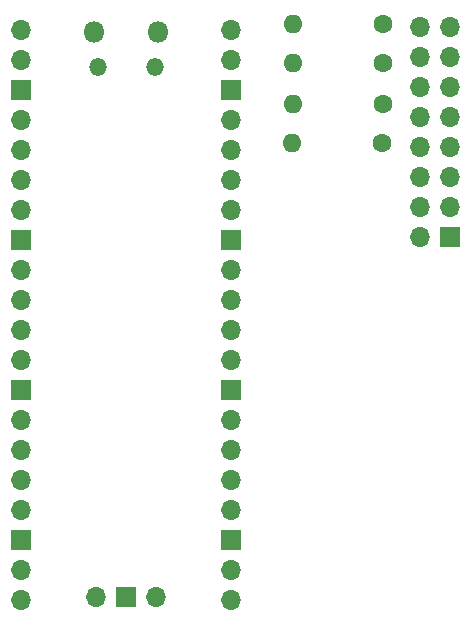
<source format=gbr>
%TF.GenerationSoftware,KiCad,Pcbnew,8.0.4*%
%TF.CreationDate,2024-07-28T20:22:53+02:00*%
%TF.ProjectId,pico-modxo,7069636f-2d6d-46f6-9478-6f2e6b696361,1.0*%
%TF.SameCoordinates,Original*%
%TF.FileFunction,Soldermask,Bot*%
%TF.FilePolarity,Negative*%
%FSLAX46Y46*%
G04 Gerber Fmt 4.6, Leading zero omitted, Abs format (unit mm)*
G04 Created by KiCad (PCBNEW 8.0.4) date 2024-07-28 20:22:53*
%MOMM*%
%LPD*%
G01*
G04 APERTURE LIST*
%ADD10O,1.800000X1.800000*%
%ADD11O,1.500000X1.500000*%
%ADD12O,1.700000X1.700000*%
%ADD13R,1.700000X1.700000*%
%ADD14C,1.600000*%
%ADD15O,1.600000X1.600000*%
G04 APERTURE END LIST*
D10*
%TO.C,U1*%
X56885000Y-35830000D03*
D11*
X57185000Y-38860000D03*
X62035000Y-38860000D03*
D10*
X62335000Y-35830000D03*
D12*
X50720000Y-35700000D03*
X50720000Y-38240000D03*
D13*
X50720000Y-40780000D03*
D12*
X50720000Y-43320000D03*
X50720000Y-45860000D03*
X50720000Y-48400000D03*
X50720000Y-50940000D03*
D13*
X50720000Y-53480000D03*
D12*
X50720000Y-56020000D03*
X50720000Y-58560000D03*
X50720000Y-61100000D03*
X50720000Y-63640000D03*
D13*
X50720000Y-66180000D03*
D12*
X50720000Y-68720000D03*
X50720000Y-71260000D03*
X50720000Y-73800000D03*
X50720000Y-76340000D03*
D13*
X50720000Y-78880000D03*
D12*
X50720000Y-81420000D03*
X50720000Y-83960000D03*
X68500000Y-83960000D03*
X68500000Y-81420000D03*
D13*
X68500000Y-78880000D03*
D12*
X68500000Y-76340000D03*
X68500000Y-73800000D03*
X68500000Y-71260000D03*
X68500000Y-68720000D03*
D13*
X68500000Y-66180000D03*
D12*
X68500000Y-63640000D03*
X68500000Y-61100000D03*
X68500000Y-58560000D03*
X68500000Y-56020000D03*
D13*
X68500000Y-53480000D03*
D12*
X68500000Y-50940000D03*
X68500000Y-48400000D03*
X68500000Y-45860000D03*
X68500000Y-43320000D03*
D13*
X68500000Y-40780000D03*
D12*
X68500000Y-38240000D03*
X68500000Y-35700000D03*
X57070000Y-83730000D03*
D13*
X59610000Y-83730000D03*
D12*
X62150000Y-83730000D03*
%TD*%
D14*
%TO.C,R2*%
X81310000Y-38500000D03*
D15*
X73690000Y-38500000D03*
%TD*%
D13*
%TO.C,J1*%
X87048500Y-53220000D03*
D12*
X84508500Y-53220000D03*
X87048500Y-50680000D03*
X84508500Y-50680000D03*
X87048500Y-48140000D03*
X84508500Y-48140000D03*
X87048500Y-45600000D03*
X84508500Y-45600000D03*
X87048500Y-43060000D03*
X84508500Y-43060000D03*
X87048500Y-40520000D03*
X84508500Y-40520000D03*
X87048500Y-37980000D03*
X84508500Y-37980000D03*
X87048500Y-35440000D03*
X84508500Y-35440000D03*
%TD*%
D14*
%TO.C,R1*%
X81310000Y-35200000D03*
D15*
X73690000Y-35200000D03*
%TD*%
D14*
%TO.C,R3*%
X81310000Y-42000000D03*
D15*
X73690000Y-42000000D03*
%TD*%
D14*
%TO.C,R4*%
X81273750Y-45300000D03*
D15*
X73653750Y-45300000D03*
%TD*%
M02*

</source>
